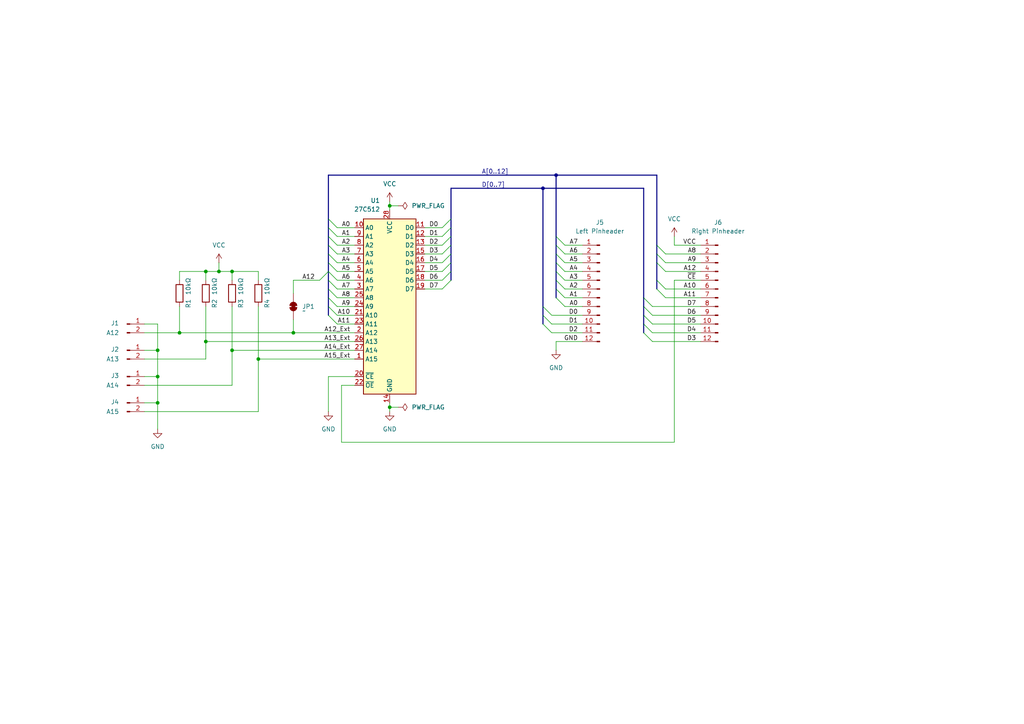
<source format=kicad_sch>
(kicad_sch (version 20231120) (generator "eeschema") (generator_version "8.0")
  (paper "A4")
  (title_block (title "2332/2364 to EPROM Adapter") (date "2024-10-17") (rev "1.0") (company "Patrick Dähne CC BY-NC-SA 4.0"))
  (lib_symbols
    (symbol "Connector:Conn_01x02_Pin" (pin_names (offset 1.016) hide)
      (property "Reference" "J" (at 0 2.54 0))
      (property "Value" "Conn_01x02_Pin" (at 0 -5.08 0))
      (symbol "Conn_01x02_Pin_1_1"
        (polyline (pts (xy 1.27 -2.54) (xy 0.8636 -2.54)) (stroke (width 0.1524)))
        (polyline (pts (xy 1.27 0) (xy 0.8636 0)) (stroke (width 0.1524)))
        (rectangle (start 0.8636 -2.413) (end 0 -2.667) (stroke (width 0.1524)) (fill (type outline)))
        (rectangle (start 0.8636 0.127) (end 0 -0.127) (stroke (width 0.1524)) (fill (type outline)))
        (pin passive line (at 5.08 0 180) (length 3.81) (name "Pin_1") (number "1"))
        (pin passive line (at 5.08 -2.54 180) (length 3.81) (name "Pin_2") (number "2"))
      )
    )
    (symbol "Connector:Conn_01x12_Pin" (pin_names (offset 1.016) hide)
      (property "Reference" "J" (at 0 15.24 0))
      (property "Value" "Conn_01x12_Pin" (at 0 -17.78 0))
      (symbol "Conn_01x12_Pin_1_1"
        (polyline (pts (xy 1.27 -15.24) (xy 0.8636 -15.24)) (stroke (width 0.1524)))
        (polyline (pts (xy 1.27 -12.7) (xy 0.8636 -12.7)) (stroke (width 0.1524)))
        (polyline (pts (xy 1.27 -10.16) (xy 0.8636 -10.16)) (stroke (width 0.1524)))
        (polyline (pts (xy 1.27 -7.62) (xy 0.8636 -7.62)) (stroke (width 0.1524)))
        (polyline (pts (xy 1.27 -5.08) (xy 0.8636 -5.08)) (stroke (width 0.1524)))
        (polyline (pts (xy 1.27 -2.54) (xy 0.8636 -2.54)) (stroke (width 0.1524)))
        (polyline (pts (xy 1.27 0) (xy 0.8636 0)) (stroke (width 0.1524)))
        (polyline (pts (xy 1.27 2.54) (xy 0.8636 2.54)) (stroke (width 0.1524)))
        (polyline (pts (xy 1.27 5.08) (xy 0.8636 5.08)) (stroke (width 0.1524)))
        (polyline (pts (xy 1.27 7.62) (xy 0.8636 7.62)) (stroke (width 0.1524)))
        (polyline (pts (xy 1.27 10.16) (xy 0.8636 10.16)) (stroke (width 0.1524)))
        (polyline (pts (xy 1.27 12.7) (xy 0.8636 12.7)) (stroke (width 0.1524)))
        (rectangle (start 0.8636 -15.113) (end 0 -15.367) (stroke (width 0.1524)) (fill (type outline)))
        (rectangle (start 0.8636 -12.573) (end 0 -12.827) (stroke (width 0.1524)) (fill (type outline)))
        (rectangle (start 0.8636 -10.033) (end 0 -10.287) (stroke (width 0.1524)) (fill (type outline)))
        (rectangle (start 0.8636 -7.493) (end 0 -7.747) (stroke (width 0.1524)) (fill (type outline)))
        (rectangle (start 0.8636 -4.953) (end 0 -5.207) (stroke (width 0.1524)) (fill (type outline)))
        (rectangle (start 0.8636 -2.413) (end 0 -2.667) (stroke (width 0.1524)) (fill (type outline)))
        (rectangle (start 0.8636 0.127) (end 0 -0.127) (stroke (width 0.1524)) (fill (type outline)))
        (rectangle (start 0.8636 2.667) (end 0 2.413) (stroke (width 0.1524)) (fill (type outline)))
        (rectangle (start 0.8636 5.207) (end 0 4.953) (stroke (width 0.1524)) (fill (type outline)))
        (rectangle (start 0.8636 7.747) (end 0 7.493) (stroke (width 0.1524)) (fill (type outline)))
        (rectangle (start 0.8636 10.287) (end 0 10.033) (stroke (width 0.1524)) (fill (type outline)))
        (rectangle (start 0.8636 12.827) (end 0 12.573) (stroke (width 0.1524)) (fill (type outline)))
        (pin passive line (at 5.08 12.7 180) (length 3.81) (name "Pin_1") (number "1"))
        (pin passive line (at 5.08 -10.16 180) (length 3.81) (name "Pin_10") (number "10"))
        (pin passive line (at 5.08 -12.7 180) (length 3.81) (name "Pin_11") (number "11"))
        (pin passive line (at 5.08 -15.24 180) (length 3.81) (name "Pin_12") (number "12"))
        (pin passive line (at 5.08 10.16 180) (length 3.81) (name "Pin_2") (number "2"))
        (pin passive line (at 5.08 7.62 180) (length 3.81) (name "Pin_3") (number "3"))
        (pin passive line (at 5.08 5.08 180) (length 3.81) (name "Pin_4") (number "4"))
        (pin passive line (at 5.08 2.54 180) (length 3.81) (name "Pin_5") (number "5"))
        (pin passive line (at 5.08 0 180) (length 3.81) (name "Pin_6") (number "6"))
        (pin passive line (at 5.08 -2.54 180) (length 3.81) (name "Pin_7") (number "7"))
        (pin passive line (at 5.08 -5.08 180) (length 3.81) (name "Pin_8") (number "8"))
        (pin passive line (at 5.08 -7.62 180) (length 3.81) (name "Pin_9") (number "9"))
      )
    )
    (symbol "Device:R" (pin_numbers hide) (pin_names (offset 0))
      (property "Reference" "R" (at 2.032 0 90))
      (property "Value" "R" (at 0 0 90))
      (symbol "R_0_1"
        (rectangle (start -1.016 -2.54) (end 1.016 2.54) (stroke (width 0.254)))
      )
      (symbol "R_1_1"
        (pin passive line (at 0 3.81 270) (length 1.27) (name "~") (number "1"))
        (pin passive line (at 0 -3.81 90) (length 1.27) (name "~") (number "2"))
      )
    )
    (symbol "Jumper:SolderJumper_2_Bridged" (pin_numbers hide) (pin_names (offset 0) hide) (exclude_from_sim yes) (in_bom no)
      (property "Reference" "JP" (at 0 2.032 0))
      (property "Value" "SolderJumper_2_Bridged" (at 0 -2.54 0))
      (symbol "SolderJumper_2_Bridged_0_1"
        (rectangle (start -0.508 0.508) (end 0.508 -0.508) (fill (type outline)))
        (arc (start -0.254 1.016) (mid -1.2656 0) (end -0.254 -1.016))
        (arc (start -0.254 1.016) (mid -1.2656 0) (end -0.254 -1.016) (fill (type outline)))
        (polyline (pts (xy -0.254 1.016) (xy -0.254 -1.016)))
        (polyline (pts (xy 0.254 1.016) (xy 0.254 -1.016)))
        (arc (start 0.254 -1.016) (mid 1.2656 0) (end 0.254 1.016))
        (arc (start 0.254 -1.016) (mid 1.2656 0) (end 0.254 1.016) (fill (type outline)))
      )
      (symbol "SolderJumper_2_Bridged_1_1"
        (pin passive line (at -3.81 0 0) (length 2.54) (name "A") (number "1"))
        (pin passive line (at 3.81 0 180) (length 2.54) (name "B") (number "2"))
      )
    )
    (symbol "Memory_EPROM:27C512"
      (property "Reference" "U" (at -7.62 26.67 0))
      (property "Value" "27C512" (at 2.54 -26.67 0))
      (symbol "27C512_1_1"
        (rectangle (start -7.62 25.4) (end 7.62 -25.4) (stroke (width 0.254)) (fill (type background)))
        (pin input line (at -10.16 -15.24 0) (length 2.54) (name "A15") (number "1"))
        (pin input line (at -10.16 22.86 0) (length 2.54) (name "A0") (number "10"))
        (pin tri_state line (at 10.16 22.86 180) (length 2.54) (name "D0") (number "11"))
        (pin tri_state line (at 10.16 20.32 180) (length 2.54) (name "D1") (number "12"))
        (pin tri_state line (at 10.16 17.78 180) (length 2.54) (name "D2") (number "13"))
        (pin power_in line (at 0 -27.94 90) (length 2.54) (name "GND") (number "14"))
        (pin tri_state line (at 10.16 15.24 180) (length 2.54) (name "D3") (number "15"))
        (pin tri_state line (at 10.16 12.7 180) (length 2.54) (name "D4") (number "16"))
        (pin tri_state line (at 10.16 10.16 180) (length 2.54) (name "D5") (number "17"))
        (pin tri_state line (at 10.16 7.62 180) (length 2.54) (name "D6") (number "18"))
        (pin tri_state line (at 10.16 5.08 180) (length 2.54) (name "D7") (number "19"))
        (pin input line (at -10.16 -7.62 0) (length 2.54) (name "A12") (number "2"))
        (pin input line (at -10.16 -20.32 0) (length 2.54) (name "~{CE}") (number "20"))
        (pin input line (at -10.16 -2.54 0) (length 2.54) (name "A10") (number "21"))
        (pin input line (at -10.16 -22.86 0) (length 2.54) (name "~{OE}") (number "22"))
        (pin input line (at -10.16 -5.08 0) (length 2.54) (name "A11") (number "23"))
        (pin input line (at -10.16 0 0) (length 2.54) (name "A9") (number "24"))
        (pin input line (at -10.16 2.54 0) (length 2.54) (name "A8") (number "25"))
        (pin input line (at -10.16 -10.16 0) (length 2.54) (name "A13") (number "26"))
        (pin input line (at -10.16 -12.7 0) (length 2.54) (name "A14") (number "27"))
        (pin power_in line (at 0 27.94 270) (length 2.54) (name "VCC") (number "28"))
        (pin input line (at -10.16 5.08 0) (length 2.54) (name "A7") (number "3"))
        (pin input line (at -10.16 7.62 0) (length 2.54) (name "A6") (number "4"))
        (pin input line (at -10.16 10.16 0) (length 2.54) (name "A5") (number "5"))
        (pin input line (at -10.16 12.7 0) (length 2.54) (name "A4") (number "6"))
        (pin input line (at -10.16 15.24 0) (length 2.54) (name "A3") (number "7"))
        (pin input line (at -10.16 17.78 0) (length 2.54) (name "A2") (number "8"))
        (pin input line (at -10.16 20.32 0) (length 2.54) (name "A1") (number "9"))
      )
    )
    (symbol "power:GND" (power) (pin_numbers hide) (pin_names (offset 0) hide)
      (property "Value" "GND" (at 0 -3.81 0))
      (symbol "GND_0_1"
        (polyline (pts (xy 0 0) (xy 0 -1.27) (xy 1.27 -1.27) (xy 0 -2.54) (xy -1.27 -1.27) (xy 0 -1.27)))
      )
      (symbol "GND_1_1"
        (pin power_in line (at 0 0 270) (length 0) (name "~") (number "1"))
      )
    )
    (symbol "power:PWR_FLAG" (power) (pin_numbers hide) (pin_names (offset 0) hide)
      (property "Value" "PWR_FLAG" (at 0 3.81 0))
      (symbol "PWR_FLAG_0_0"
        (pin power_out line (at 0 0 90) (length 0) (name "~") (number "1"))
      )
      (symbol "PWR_FLAG_0_1"
        (polyline (pts (xy 0 0) (xy 0 1.27) (xy -1.016 1.905) (xy 0 2.54) (xy 1.016 1.905) (xy 0 1.27)))
      )
    )
    (symbol "power:VCC" (power) (pin_numbers hide) (pin_names (offset 0) hide)
      (property "Value" "VCC" (at 0 3.556 0))
      (symbol "VCC_0_1"
        (polyline (pts (xy -0.762 1.27) (xy 0 2.54)))
        (polyline (pts (xy 0 0) (xy 0 2.54)))
        (polyline (pts (xy 0 2.54) (xy 0.762 1.27)))
      )
      (symbol "VCC_1_1"
        (pin power_in line (at 0 0 90) (length 0) (name "~") (number "1"))
      )
    )
  )
  (junction (at 63.5 78.74))
  (junction (at 113.03 59.69))
  (junction (at 45.72 101.6))
  (junction (at 74.93 104.14))
  (junction (at 45.72 116.84))
  (junction (at 59.69 78.74))
  (junction (at 85.09 96.52))
  (junction (at 52.07 96.52))
  (junction (at 67.31 78.74))
  (junction (at 67.31 101.6))
  (junction (at 59.69 99.06))
  (junction (at 161.29 50.8))
  (junction (at 113.03 118.11))
  (junction (at 157.48 54.61))
  (junction (at 45.72 109.22))
  (bus_entry (at 161.29 73.66) (size 2.54 2.54))
  (bus_entry (at 95.25 71.12) (size 2.54 2.54))
  (bus_entry (at 95.25 68.58) (size 2.54 2.54))
  (bus_entry (at 161.29 71.12) (size 2.54 2.54))
  (bus_entry (at 161.29 68.58) (size 2.54 2.54))
  (bus_entry (at 161.29 86.36) (size 2.54 2.54))
  (bus_entry (at 95.25 81.28) (size 2.54 2.54))
  (bus_entry (at 190.5 71.12) (size 2.54 2.54))
  (bus_entry (at 128.27 68.58) (size 2.54 -2.54))
  (bus_entry (at 186.69 96.52) (size 2.54 2.54))
  (bus_entry (at 128.27 73.66) (size 2.54 -2.54))
  (bus_entry (at 128.27 66.04) (size 2.54 -2.54))
  (bus_entry (at 157.48 93.98) (size 2.54 2.54))
  (bus_entry (at 95.25 76.2) (size 2.54 2.54))
  (bus_entry (at 190.5 73.66) (size 2.54 2.54))
  (bus_entry (at 186.69 91.44) (size 2.54 2.54))
  (bus_entry (at 161.29 83.82) (size 2.54 2.54))
  (bus_entry (at 95.25 86.36) (size 2.54 2.54))
  (bus_entry (at 95.25 91.44) (size 2.54 2.54))
  (bus_entry (at 95.25 83.82) (size 2.54 2.54))
  (bus_entry (at 128.27 76.2) (size 2.54 -2.54))
  (bus_entry (at 128.27 78.74) (size 2.54 -2.54))
  (bus_entry (at 95.25 63.5) (size 2.54 2.54))
  (bus_entry (at 186.69 86.36) (size 2.54 2.54))
  (bus_entry (at 157.48 88.9) (size 2.54 2.54))
  (bus_entry (at 190.5 76.2) (size 2.54 2.54))
  (bus_entry (at 128.27 81.28) (size 2.54 -2.54))
  (bus_entry (at 95.25 66.04) (size 2.54 2.54))
  (bus_entry (at 190.5 81.28) (size 2.54 2.54))
  (bus_entry (at 161.29 76.2) (size 2.54 2.54))
  (bus_entry (at 190.5 83.82) (size 2.54 2.54))
  (bus_entry (at 128.27 71.12) (size 2.54 -2.54))
  (bus_entry (at 161.29 78.74) (size 2.54 2.54))
  (bus_entry (at 157.48 91.44) (size 2.54 2.54))
  (bus_entry (at 95.25 88.9) (size 2.54 2.54))
  (bus_entry (at 95.25 73.66) (size 2.54 2.54))
  (bus_entry (at 161.29 81.28) (size 2.54 2.54))
  (bus_entry (at 128.27 83.82) (size 2.54 -2.54))
  (bus_entry (at 186.69 93.98) (size 2.54 2.54))
  (bus_entry (at 95.25 78.74) (size 2.54 2.54))
  (bus_entry (at 186.69 88.9) (size 2.54 2.54))
  (bus_entry (at 92.71 81.28) (size 2.54 -2.54))
  (wire (pts (xy 59.69 99.06) (xy 102.87 99.06)))
  (bus (pts (xy 130.81 73.66) (xy 130.81 71.12)))
  (wire (pts (xy 74.93 104.14) (xy 102.87 104.14)))
  (bus (pts (xy 186.69 54.61) (xy 186.69 86.36)))
  (wire (pts (xy 52.07 88.9) (xy 52.07 96.52)))
  (wire (pts (xy 189.23 96.52) (xy 203.2 96.52)))
  (wire (pts (xy 123.19 73.66) (xy 128.27 73.66)))
  (wire (pts (xy 161.29 99.06) (xy 161.29 101.6)))
  (wire (pts (xy 97.79 88.9) (xy 102.87 88.9)))
  (bus (pts (xy 130.81 54.61) (xy 157.48 54.61)))
  (bus (pts (xy 95.25 78.74) (xy 95.25 76.2)))
  (bus (pts (xy 186.69 86.36) (xy 186.69 88.9)))
  (wire (pts (xy 123.19 66.04) (xy 128.27 66.04)))
  (bus (pts (xy 161.29 50.8) (xy 190.5 50.8)))
  (wire (pts (xy 97.79 93.98) (xy 102.87 93.98)))
  (wire (pts (xy 59.69 88.9) (xy 59.69 99.06)))
  (bus (pts (xy 190.5 50.8) (xy 190.5 71.12)))
  (bus (pts (xy 161.29 50.8) (xy 161.29 68.58)))
  (wire (pts (xy 97.79 81.28) (xy 102.87 81.28)))
  (wire (pts (xy 85.09 92.71) (xy 85.09 96.52)))
  (wire (pts (xy 163.83 76.2) (xy 168.91 76.2)))
  (wire (pts (xy 123.19 76.2) (xy 128.27 76.2)))
  (wire (pts (xy 97.79 76.2) (xy 102.87 76.2)))
  (bus (pts (xy 130.81 66.04) (xy 130.81 63.5)))
  (wire (pts (xy 163.83 71.12) (xy 168.91 71.12)))
  (wire (pts (xy 52.07 81.28) (xy 52.07 78.74)))
  (bus (pts (xy 157.48 54.61) (xy 157.48 88.9)))
  (bus (pts (xy 186.69 93.98) (xy 186.69 96.52)))
  (wire (pts (xy 97.79 91.44) (xy 102.87 91.44)))
  (wire (pts (xy 67.31 101.6) (xy 102.87 101.6)))
  (wire (pts (xy 74.93 78.74) (xy 74.93 81.28)))
  (bus (pts (xy 186.69 88.9) (xy 186.69 91.44)))
  (wire (pts (xy 97.79 71.12) (xy 102.87 71.12)))
  (wire (pts (xy 52.07 96.52) (xy 85.09 96.52)))
  (bus (pts (xy 95.25 68.58) (xy 95.25 66.04)))
  (wire (pts (xy 97.79 73.66) (xy 102.87 73.66)))
  (wire (pts (xy 67.31 101.6) (xy 67.31 111.76)))
  (wire (pts (xy 95.25 109.22) (xy 95.25 119.38)))
  (bus (pts (xy 157.48 91.44) (xy 157.48 93.98)))
  (wire (pts (xy 189.23 93.98) (xy 203.2 93.98)))
  (wire (pts (xy 163.83 83.82) (xy 168.91 83.82)))
  (wire (pts (xy 85.09 81.28) (xy 85.09 85.09)))
  (wire (pts (xy 160.02 96.52) (xy 168.91 96.52)))
  (wire (pts (xy 45.72 116.84) (xy 45.72 124.46)))
  (wire (pts (xy 59.69 104.14) (xy 41.91 104.14)))
  (wire (pts (xy 163.83 88.9) (xy 168.91 88.9)))
  (wire (pts (xy 67.31 78.74) (xy 67.31 81.28)))
  (bus (pts (xy 161.29 68.58) (xy 161.29 71.12)))
  (wire (pts (xy 97.79 68.58) (xy 102.87 68.58)))
  (bus (pts (xy 130.81 71.12) (xy 130.81 68.58)))
  (wire (pts (xy 195.58 68.58) (xy 195.58 71.12)))
  (bus (pts (xy 95.25 63.5) (xy 95.25 50.8)))
  (wire (pts (xy 41.91 109.22) (xy 45.72 109.22)))
  (bus (pts (xy 190.5 76.2) (xy 190.5 81.28)))
  (wire (pts (xy 45.72 101.6) (xy 45.72 109.22)))
  (wire (pts (xy 163.83 78.74) (xy 168.91 78.74)))
  (wire (pts (xy 74.93 104.14) (xy 74.93 119.38)))
  (wire (pts (xy 160.02 93.98) (xy 168.91 93.98)))
  (wire (pts (xy 163.83 81.28) (xy 168.91 81.28)))
  (wire (pts (xy 102.87 111.76) (xy 99.06 111.76)))
  (wire (pts (xy 92.71 81.28) (xy 85.09 81.28)))
  (wire (pts (xy 59.69 78.74) (xy 59.69 81.28)))
  (bus (pts (xy 186.69 91.44) (xy 186.69 93.98)))
  (wire (pts (xy 195.58 71.12) (xy 203.2 71.12)))
  (wire (pts (xy 45.72 109.22) (xy 45.72 116.84)))
  (bus (pts (xy 157.48 54.61) (xy 186.69 54.61)))
  (wire (pts (xy 85.09 96.52) (xy 102.87 96.52)))
  (wire (pts (xy 123.19 83.82) (xy 128.27 83.82)))
  (wire (pts (xy 41.91 116.84) (xy 45.72 116.84)))
  (wire (pts (xy 123.19 81.28) (xy 128.27 81.28)))
  (bus (pts (xy 95.25 86.36) (xy 95.25 83.82)))
  (bus (pts (xy 95.25 88.9) (xy 95.25 86.36)))
  (wire (pts (xy 59.69 99.06) (xy 59.69 104.14)))
  (bus (pts (xy 190.5 73.66) (xy 190.5 76.2)))
  (bus (pts (xy 161.29 73.66) (xy 161.29 76.2)))
  (wire (pts (xy 193.04 83.82) (xy 203.2 83.82)))
  (wire (pts (xy 99.06 111.76) (xy 99.06 128.27)))
  (wire (pts (xy 74.93 119.38) (xy 41.91 119.38)))
  (wire (pts (xy 189.23 99.06) (xy 203.2 99.06)))
  (wire (pts (xy 52.07 78.74) (xy 59.69 78.74)))
  (wire (pts (xy 161.29 99.06) (xy 168.91 99.06)))
  (wire (pts (xy 97.79 83.82) (xy 102.87 83.82)))
  (wire (pts (xy 113.03 118.11) (xy 115.57 118.11)))
  (wire (pts (xy 67.31 88.9) (xy 67.31 101.6)))
  (wire (pts (xy 195.58 81.28) (xy 203.2 81.28)))
  (wire (pts (xy 193.04 76.2) (xy 203.2 76.2)))
  (wire (pts (xy 97.79 78.74) (xy 102.87 78.74)))
  (bus (pts (xy 130.81 81.28) (xy 130.81 78.74)))
  (wire (pts (xy 123.19 71.12) (xy 128.27 71.12)))
  (wire (pts (xy 193.04 86.36) (xy 203.2 86.36)))
  (wire (pts (xy 67.31 78.74) (xy 74.93 78.74)))
  (wire (pts (xy 63.5 78.74) (xy 67.31 78.74)))
  (wire (pts (xy 193.04 78.74) (xy 203.2 78.74)))
  (wire (pts (xy 97.79 66.04) (xy 102.87 66.04)))
  (bus (pts (xy 161.29 78.74) (xy 161.29 81.28)))
  (wire (pts (xy 189.23 88.9) (xy 203.2 88.9)))
  (bus (pts (xy 95.25 76.2) (xy 95.25 73.66)))
  (wire (pts (xy 163.83 73.66) (xy 168.91 73.66)))
  (wire (pts (xy 41.91 101.6) (xy 45.72 101.6)))
  (bus (pts (xy 190.5 71.12) (xy 190.5 73.66)))
  (bus (pts (xy 161.29 83.82) (xy 161.29 86.36)))
  (wire (pts (xy 123.19 68.58) (xy 128.27 68.58)))
  (bus (pts (xy 95.25 83.82) (xy 95.25 81.28)))
  (wire (pts (xy 123.19 78.74) (xy 128.27 78.74)))
  (bus (pts (xy 95.25 81.28) (xy 95.25 78.74)))
  (bus (pts (xy 157.48 88.9) (xy 157.48 91.44)))
  (bus (pts (xy 95.25 73.66) (xy 95.25 71.12)))
  (wire (pts (xy 113.03 59.69) (xy 115.57 59.69)))
  (bus (pts (xy 95.25 91.44) (xy 95.25 88.9)))
  (wire (pts (xy 41.91 96.52) (xy 52.07 96.52)))
  (wire (pts (xy 193.04 73.66) (xy 203.2 73.66)))
  (wire (pts (xy 102.87 109.22) (xy 95.25 109.22)))
  (wire (pts (xy 59.69 78.74) (xy 63.5 78.74)))
  (bus (pts (xy 130.81 63.5) (xy 130.81 54.61)))
  (wire (pts (xy 195.58 128.27) (xy 195.58 81.28)))
  (wire (pts (xy 41.91 93.98) (xy 45.72 93.98)))
  (wire (pts (xy 160.02 91.44) (xy 168.91 91.44)))
  (bus (pts (xy 130.81 76.2) (xy 130.81 73.66)))
  (bus (pts (xy 161.29 81.28) (xy 161.29 83.82)))
  (bus (pts (xy 95.25 50.8) (xy 161.29 50.8)))
  (bus (pts (xy 130.81 68.58) (xy 130.81 66.04)))
  (bus (pts (xy 130.81 78.74) (xy 130.81 76.2)))
  (wire (pts (xy 97.79 86.36) (xy 102.87 86.36)))
  (wire (pts (xy 74.93 88.9) (xy 74.93 104.14)))
  (bus (pts (xy 161.29 76.2) (xy 161.29 78.74)))
  (bus (pts (xy 95.25 71.12) (xy 95.25 68.58)))
  (wire (pts (xy 113.03 118.11) (xy 113.03 119.38)))
  (wire (pts (xy 113.03 59.69) (xy 113.03 60.96)))
  (wire (pts (xy 163.83 86.36) (xy 168.91 86.36)))
  (wire (pts (xy 113.03 58.42) (xy 113.03 59.69)))
  (bus (pts (xy 95.25 66.04) (xy 95.25 63.5)))
  (wire (pts (xy 67.31 111.76) (xy 41.91 111.76)))
  (wire (pts (xy 45.72 93.98) (xy 45.72 101.6)))
  (wire (pts (xy 99.06 128.27) (xy 195.58 128.27)))
  (wire (pts (xy 113.03 116.84) (xy 113.03 118.11)))
  (wire (pts (xy 189.23 91.44) (xy 203.2 91.44)))
  (bus (pts (xy 190.5 81.28) (xy 190.5 83.82)))
  (wire (pts (xy 63.5 76.2) (xy 63.5 78.74)))
  (bus (pts (xy 161.29 71.12) (xy 161.29 73.66)))
  (label "A5" (at 101.6 78.74 180))
  (label "A[0..12]" (at 139.7 50.8 0))
  (label "A1" (at 167.64 86.36 180))
  (label "D5" (at 124.46 78.74 0))
  (label "D5" (at 201.93 93.98 180))
  (label "A3" (at 101.6 73.66 180))
  (label "D0" (at 124.46 66.04 0))
  (label "A3" (at 167.64 81.28 180))
  (label "A6" (at 167.64 73.66 180))
  (label "D1" (at 124.46 68.58 0))
  (label "A11" (at 201.93 86.36 180))
  (label "A0" (at 167.64 88.9 180))
  (label "D2" (at 167.64 96.52 180))
  (label "D3" (at 124.46 73.66 0))
  (label "D4" (at 124.46 76.2 0))
  (label "A5" (at 167.64 76.2 180))
  (label "A10" (at 201.93 83.82 180))
  (label "D6" (at 201.93 91.44 180))
  (label "A2" (at 167.64 83.82 180))
  (label "A6" (at 101.6 81.28 180))
  (label "A11" (at 101.6 93.98 180))
  (label "A12" (at 87.63 81.28 0))
  (label "D1" (at 167.64 93.98 180))
  (label "A9" (at 101.6 88.9 180))
  (label "A0" (at 101.6 66.04 180))
  (label "A14_Ext" (at 101.6 101.6 180))
  (label "A8" (at 101.6 86.36 180))
  (label "A13_Ext" (at 101.6 99.06 180))
  (label "A2" (at 101.6 71.12 180))
  (label "A1" (at 101.6 68.58 180))
  (label "D6" (at 124.46 81.28 0))
  (label "D2" (at 124.46 71.12 0))
  (label "A9" (at 201.93 76.2 180))
  (label "GND" (at 167.64 99.06 180))
  (label "D0" (at 167.64 91.44 180))
  (label "A4" (at 101.6 76.2 180))
  (label "A8" (at 201.93 73.66 180))
  (label "A12" (at 201.93 78.74 180))
  (label "VCC" (at 201.93 71.12 180))
  (label "~{CE}" (at 201.93 81.28 180))
  (label "D4" (at 201.93 96.52 180))
  (label "A7" (at 167.64 71.12 180))
  (label "A7" (at 101.6 83.82 180))
  (label "A15_Ext" (at 101.6 104.14 180))
  (label "D3" (at 201.93 99.06 180))
  (label "D7" (at 201.93 88.9 180))
  (label "A12_Ext" (at 101.6 96.52 180))
  (label "A4" (at 167.64 78.74 180))
  (label "D[0..7]" (at 139.7 54.61 0))
  (label "A10" (at 101.6 91.44 180))
  (label "D7" (at 124.46 83.82 0))
  (symbol (lib_id "power:GND") (at 95.25 119.38 0) (unit 1)
    (property "Reference" "#PWR05" (effects (hide yes)))
    (property "Value" "GND" (at 95.25 124.46 0))
    (property "Description" "Power symbol creates a global label with name \"GND\" , ground" (effects (hide yes)))
  )
  (symbol (lib_id "Connector:Conn_01x02_Pin") (at 36.83 93.98 0) (unit 1)
    (property "Reference" "J1" (at 34.544 93.726 0) (effects (justify right)))
    (property "Value" "A12" (at 34.544 96.52 0) (effects (justify right)))
    (property "Footprint" "Connector_PinHeader_2.54mm:PinHeader_1x02_P2.54mm_Vertical" (effects (hide yes)))
    (property "Description" "Generic connector, single row, 01x02, script generated" (effects (hide yes)))
  )
  (symbol (lib_id "Jumper:SolderJumper_2_Bridged") (at 85.09 88.9 90) (unit 1) (exclude_from_sim yes) (in_bom no)
    (property "Reference" "JP1" (at 87.63 88.9 90) (effects (justify right)))
    (property "Value" "~" (at 87.63 90.1699 90) (effects (justify right)))
    (property "Footprint" "Jumper:SolderJumper-2_P1.3mm_Bridged_RoundedPad1.0x1.5mm" (effects (hide yes)))
    (property "Description" "Solder Jumper, 2-pole, closed/bridged" (effects (hide yes)))
  )
  (symbol (lib_id "Connector:Conn_01x02_Pin") (at 36.83 109.22 0) (unit 1)
    (property "Reference" "J3" (at 34.544 108.966 0) (effects (justify right)))
    (property "Value" "A14" (at 34.544 111.76 0) (effects (justify right)))
    (property "Footprint" "Connector_PinHeader_2.54mm:PinHeader_1x02_P2.54mm_Vertical" (effects (hide yes)))
    (property "Description" "Generic connector, single row, 01x02, script generated" (effects (hide yes)))
  )
  (symbol (lib_id "Connector:Conn_01x02_Pin") (at 36.83 116.84 0) (unit 1)
    (property "Reference" "J4" (at 34.544 116.586 0) (effects (justify right)))
    (property "Value" "A15" (at 34.544 119.38 0) (effects (justify right)))
    (property "Footprint" "Connector_PinHeader_2.54mm:PinHeader_1x02_P2.54mm_Vertical" (effects (hide yes)))
    (property "Description" "Generic connector, single row, 01x02, script generated" (effects (hide yes)))
  )
  (symbol (lib_id "Connector:Conn_01x12_Pin") (at 173.99 83.82 0) (mirror y) (unit 1)
    (property "Reference" "J5" (at 173.99 64.516 0))
    (property "Value" "Left Pinheader" (at 173.99 67.056 0))
    (property "Footprint" "Connector_PinHeader_2.54mm:PinHeader_1x12_P2.54mm_Vertical" (effects (hide yes)))
    (property "Description" "Generic connector, single row, 01x12, script generated" (effects (hide yes)))
  )
  (symbol (lib_id "Connector:Conn_01x12_Pin") (at 208.28 83.82 0) (mirror y) (unit 1)
    (property "Reference" "J6" (at 208.28 64.516 0))
    (property "Value" "Right Pinheader" (at 208.28 67.056 0))
    (property "Footprint" "Connector_PinHeader_2.54mm:PinHeader_1x12_P2.54mm_Vertical" (effects (hide yes)))
    (property "Description" "Generic connector, single row, 01x12, script generated" (effects (hide yes)))
  )
  (symbol (lib_id "Device:R") (at 67.31 85.09 0) (unit 1)
    (property "Reference" "R3" (at 69.85 89.408 90) (effects (justify left)))
    (property "Value" "10kΩ" (at 69.85 85.598 90) (effects (justify left)))
    (property "Footprint" "Resistor_SMD:R_0805_2012Metric_Pad1.20x1.40mm_HandSolder" (effects (hide yes)))
    (property "Description" "Resistor" (effects (hide yes)))
  )
  (symbol (lib_id "power:GND") (at 161.29 101.6 0) (unit 1)
    (property "Reference" "#PWR02" (effects (hide yes)))
    (property "Value" "GND" (at 161.29 106.68 0))
    (property "Description" "Power symbol creates a global label with name \"GND\" , ground" (effects (hide yes)))
  )
  (symbol (lib_id "power:VCC") (at 113.03 58.42 0) (unit 1)
    (property "Reference" "#PWR03" (effects (hide yes)))
    (property "Value" "VCC" (at 113.03 53.34 0))
    (property "Description" "Power symbol creates a global label with name \"VCC\"" (effects (hide yes)))
  )
  (symbol (lib_id "Device:R") (at 59.69 85.09 0) (unit 1)
    (property "Reference" "R2" (at 62.23 89.408 90) (effects (justify left)))
    (property "Value" "10kΩ" (at 62.23 85.598 90) (effects (justify left)))
    (property "Footprint" "Resistor_SMD:R_0805_2012Metric_Pad1.20x1.40mm_HandSolder" (effects (hide yes)))
    (property "Description" "Resistor" (effects (hide yes)))
  )
  (symbol (lib_id "power:PWR_FLAG") (at 115.57 118.11 270) (unit 1)
    (property "Reference" "#FLG01" (effects (hide yes)))
    (property "Value" "PWR_FLAG" (at 119.38 118.1099 90) (effects (justify left)))
    (property "Description" "Special symbol for telling ERC where power comes from" (effects (hide yes)))
  )
  (symbol (lib_id "power:VCC") (at 63.5 76.2 0) (unit 1)
    (property "Reference" "#PWR06" (effects (hide yes)))
    (property "Value" "VCC" (at 63.5 71.12 0))
    (property "Description" "Power symbol creates a global label with name \"VCC\"" (effects (hide yes)))
  )
  (symbol (lib_id "power:GND") (at 45.72 124.46 0) (unit 1)
    (property "Reference" "#PWR07" (effects (hide yes)))
    (property "Value" "GND" (at 45.72 129.54 0))
    (property "Description" "Power symbol creates a global label with name \"GND\" , ground" (effects (hide yes)))
  )
  (symbol (lib_id "power:GND") (at 113.03 119.38 0) (unit 1)
    (property "Reference" "#PWR01" (effects (hide yes)))
    (property "Value" "GND" (at 113.03 124.46 0))
    (property "Description" "Power symbol creates a global label with name \"GND\" , ground" (effects (hide yes)))
  )
  (symbol (lib_id "Device:R") (at 52.07 85.09 0) (unit 1)
    (property "Reference" "R1" (at 54.61 89.408 90) (effects (justify left)))
    (property "Value" "10kΩ" (at 54.61 85.598 90) (effects (justify left)))
    (property "Footprint" "Resistor_SMD:R_0805_2012Metric_Pad1.20x1.40mm_HandSolder" (effects (hide yes)))
    (property "Description" "Resistor" (effects (hide yes)))
  )
  (symbol (lib_id "Memory_EPROM:27C512") (at 113.03 88.9 0) (unit 1)
    (property "Reference" "U1" (at 110.236 58.166 0) (effects (justify right)))
    (property "Value" "27C512" (at 110.236 60.706 0) (effects (justify right)))
    (property "Footprint" "Package_DIP:DIP-28_W15.24mm_Socket" (effects (hide yes)))
    (property "Datasheet" "http://ww1.microchip.com/downloads/en/DeviceDoc/doc0015.pdf" (effects (hide yes)))
    (property "Description" "OTP EPROM 512 KiBit" (effects (hide yes)))
  )
  (symbol (lib_id "power:PWR_FLAG") (at 115.57 59.69 270) (unit 1)
    (property "Reference" "#FLG02" (effects (hide yes)))
    (property "Value" "PWR_FLAG" (at 119.38 59.6899 90) (effects (justify left)))
    (property "Description" "Special symbol for telling ERC where power comes from" (effects (hide yes)))
  )
  (symbol (lib_id "Connector:Conn_01x02_Pin") (at 36.83 101.6 0) (unit 1)
    (property "Reference" "J2" (at 34.544 101.346 0) (effects (justify right)))
    (property "Value" "A13" (at 34.544 104.14 0) (effects (justify right)))
    (property "Footprint" "Connector_PinHeader_2.54mm:PinHeader_1x02_P2.54mm_Vertical" (effects (hide yes)))
    (property "Description" "Generic connector, single row, 01x02, script generated" (effects (hide yes)))
  )
  (symbol (lib_id "Device:R") (at 74.93 85.09 0) (unit 1)
    (property "Reference" "R4" (at 77.47 89.408 90) (effects (justify left)))
    (property "Value" "10kΩ" (at 77.47 85.598 90) (effects (justify left)))
    (property "Footprint" "Resistor_SMD:R_0805_2012Metric_Pad1.20x1.40mm_HandSolder" (effects (hide yes)))
    (property "Description" "Resistor" (effects (hide yes)))
  )
  (symbol (lib_id "power:VCC") (at 195.58 68.58 0) (unit 1)
    (property "Reference" "#PWR04" (effects (hide yes)))
    (property "Value" "VCC" (at 195.58 63.5 0))
    (property "Description" "Power symbol creates a global label with name \"VCC\"" (effects (hide yes)))
  )
)
</source>
